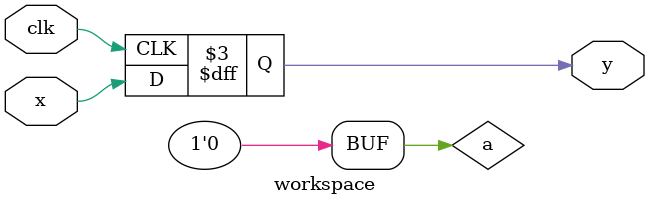
<source format=v>
module workspace(
    input clk,
    input x,
    output reg y
);

reg a = 1'b0;
always@(posedge clk) begin
    y = x;
end

endmodule
</source>
